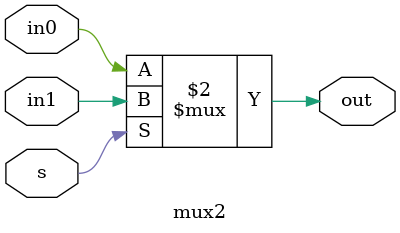
<source format=sv>
`default_nettype none

module mux2(in0, in1, s, out);

    parameter N = 1;

    input wire [N-1:0] in0, in1; 
    input wire s;
    output logic [N-1:0] out;

    always_comb out = s ? in1 : in0;

endmodule

</source>
